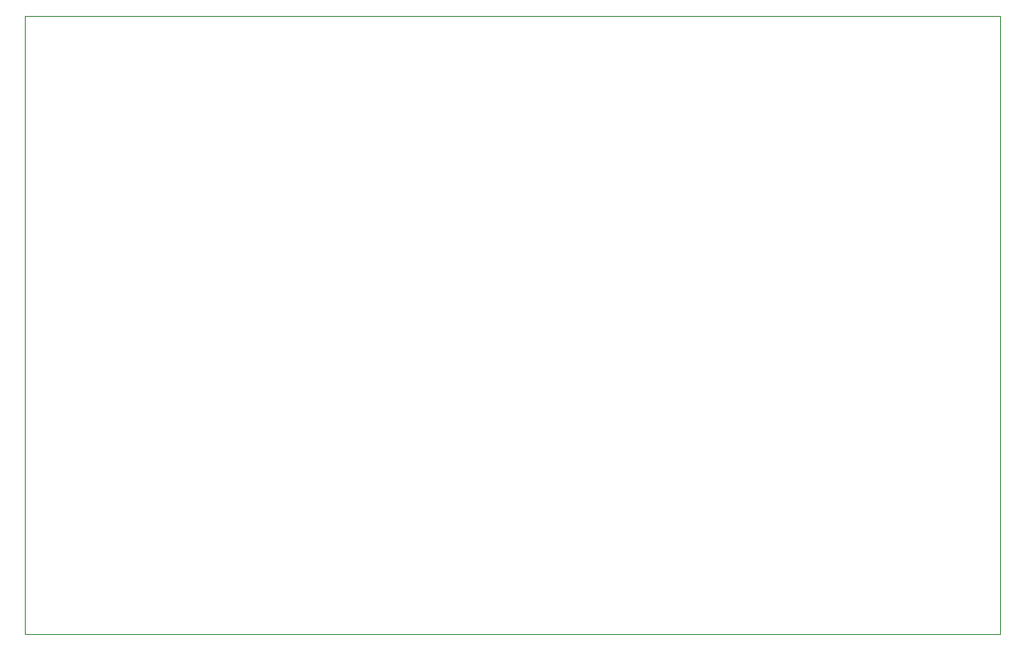
<source format=gbr>
%TF.GenerationSoftware,KiCad,Pcbnew,7.0.2*%
%TF.CreationDate,2024-01-15T12:29:35-05:00*%
%TF.ProjectId,CONTROL PCB,434f4e54-524f-44c2-9050-43422e6b6963,rev?*%
%TF.SameCoordinates,Original*%
%TF.FileFunction,Profile,NP*%
%FSLAX46Y46*%
G04 Gerber Fmt 4.6, Leading zero omitted, Abs format (unit mm)*
G04 Created by KiCad (PCBNEW 7.0.2) date 2024-01-15 12:29:35*
%MOMM*%
%LPD*%
G01*
G04 APERTURE LIST*
%TA.AperFunction,Profile*%
%ADD10C,0.100000*%
%TD*%
G04 APERTURE END LIST*
D10*
X172000000Y-82000000D02*
X79000000Y-82000000D01*
X79000000Y-23000000D01*
X172000000Y-23000000D01*
X172000000Y-82000000D01*
M02*

</source>
